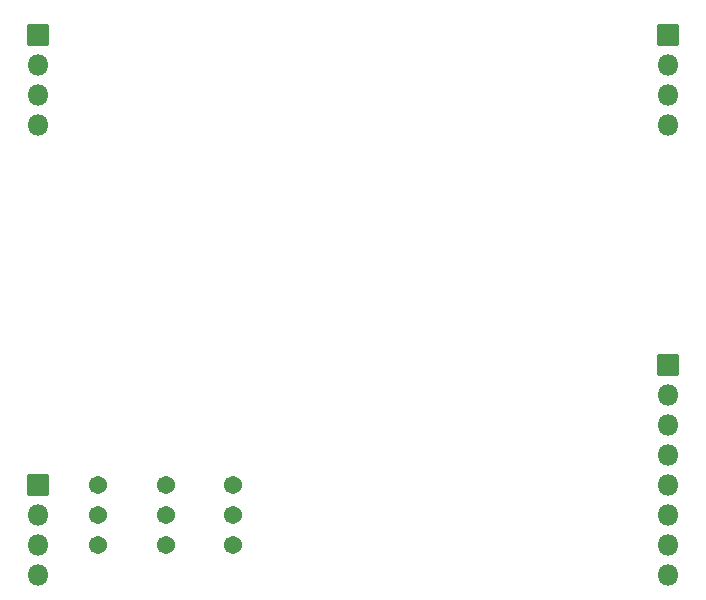
<source format=gbs>
G04 #@! TF.GenerationSoftware,KiCad,Pcbnew,5.1.10-88a1d61d58~90~ubuntu20.04.1*
G04 #@! TF.CreationDate,2021-09-06T13:30:35-04:00*
G04 #@! TF.ProjectId,four_pole_lpf,666f7572-5f70-46f6-9c65-5f6c70662e6b,0.1*
G04 #@! TF.SameCoordinates,Original*
G04 #@! TF.FileFunction,Soldermask,Bot*
G04 #@! TF.FilePolarity,Negative*
%FSLAX46Y46*%
G04 Gerber Fmt 4.6, Leading zero omitted, Abs format (unit mm)*
G04 Created by KiCad (PCBNEW 5.1.10-88a1d61d58~90~ubuntu20.04.1) date 2021-09-06 13:30:35*
%MOMM*%
%LPD*%
G01*
G04 APERTURE LIST*
%ADD10C,1.542000*%
%ADD11O,1.802000X1.802000*%
G04 APERTURE END LIST*
D10*
X110490000Y-106680000D03*
X110490000Y-109220000D03*
X110490000Y-111760000D03*
X104775000Y-106680000D03*
X104775000Y-109220000D03*
X104775000Y-111760000D03*
X99060000Y-106680000D03*
X99060000Y-109220000D03*
X99060000Y-111760000D03*
D11*
X147320000Y-114300000D03*
X147320000Y-111760000D03*
X147320000Y-109220000D03*
X147320000Y-106680000D03*
X147320000Y-104140000D03*
X147320000Y-101600000D03*
X147320000Y-99060000D03*
G36*
G01*
X148221000Y-95670000D02*
X148221000Y-97370000D01*
G75*
G02*
X148170000Y-97421000I-51000J0D01*
G01*
X146470000Y-97421000D01*
G75*
G02*
X146419000Y-97370000I0J51000D01*
G01*
X146419000Y-95670000D01*
G75*
G02*
X146470000Y-95619000I51000J0D01*
G01*
X148170000Y-95619000D01*
G75*
G02*
X148221000Y-95670000I0J-51000D01*
G01*
G37*
X147320000Y-76200000D03*
X147320000Y-73660000D03*
X147320000Y-71120000D03*
G36*
G01*
X148221000Y-67730000D02*
X148221000Y-69430000D01*
G75*
G02*
X148170000Y-69481000I-51000J0D01*
G01*
X146470000Y-69481000D01*
G75*
G02*
X146419000Y-69430000I0J51000D01*
G01*
X146419000Y-67730000D01*
G75*
G02*
X146470000Y-67679000I51000J0D01*
G01*
X148170000Y-67679000D01*
G75*
G02*
X148221000Y-67730000I0J-51000D01*
G01*
G37*
X93980000Y-114300000D03*
X93980000Y-111760000D03*
X93980000Y-109220000D03*
G36*
G01*
X94881000Y-105830000D02*
X94881000Y-107530000D01*
G75*
G02*
X94830000Y-107581000I-51000J0D01*
G01*
X93130000Y-107581000D01*
G75*
G02*
X93079000Y-107530000I0J51000D01*
G01*
X93079000Y-105830000D01*
G75*
G02*
X93130000Y-105779000I51000J0D01*
G01*
X94830000Y-105779000D01*
G75*
G02*
X94881000Y-105830000I0J-51000D01*
G01*
G37*
X93980000Y-76200000D03*
X93980000Y-73660000D03*
X93980000Y-71120000D03*
G36*
G01*
X94881000Y-67730000D02*
X94881000Y-69430000D01*
G75*
G02*
X94830000Y-69481000I-51000J0D01*
G01*
X93130000Y-69481000D01*
G75*
G02*
X93079000Y-69430000I0J51000D01*
G01*
X93079000Y-67730000D01*
G75*
G02*
X93130000Y-67679000I51000J0D01*
G01*
X94830000Y-67679000D01*
G75*
G02*
X94881000Y-67730000I0J-51000D01*
G01*
G37*
M02*

</source>
